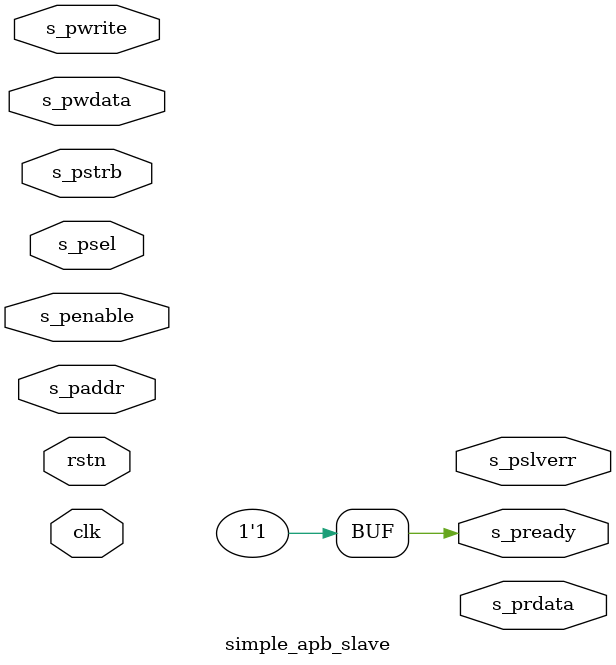
<source format=v>
module simple_apb_slave #(
    parameter ADDR_WIDTH = 32,
    parameter DATA_WIDTH = 32,
    parameter MEM_SIZE = 32, // UNUSED
    parameter ID = 0,

    parameter WSTRB_WIDTH = (DATA_WIDTH-1)/8+1 // 4 bits for 32 data
    
    ) (
    input clk,
    input rstn,

    input wire s_penable,
    input wire s_pwrite,
    input wire s_psel,
    input wire [ADDR_WIDTH-1:0] s_paddr,
    input wire [DATA_WIDTH-1:0] s_pwdata,
    input wire [WSTRB_WIDTH-1:0] s_pstrb,
    output reg [DATA_WIDTH-1:0] s_prdata,
    output                      s_pready,
    output reg                  s_pslverr
    );


    assign s_pready = 1'b1;

    always @(posedge clk) begin
        if(s_penable && s_psel) begin
            $display("Slave ID=%d addr=0x%0h wdata=0x%0h", ID, s_paddr, s_pwdata);
        end
    end

endmodule


</source>
